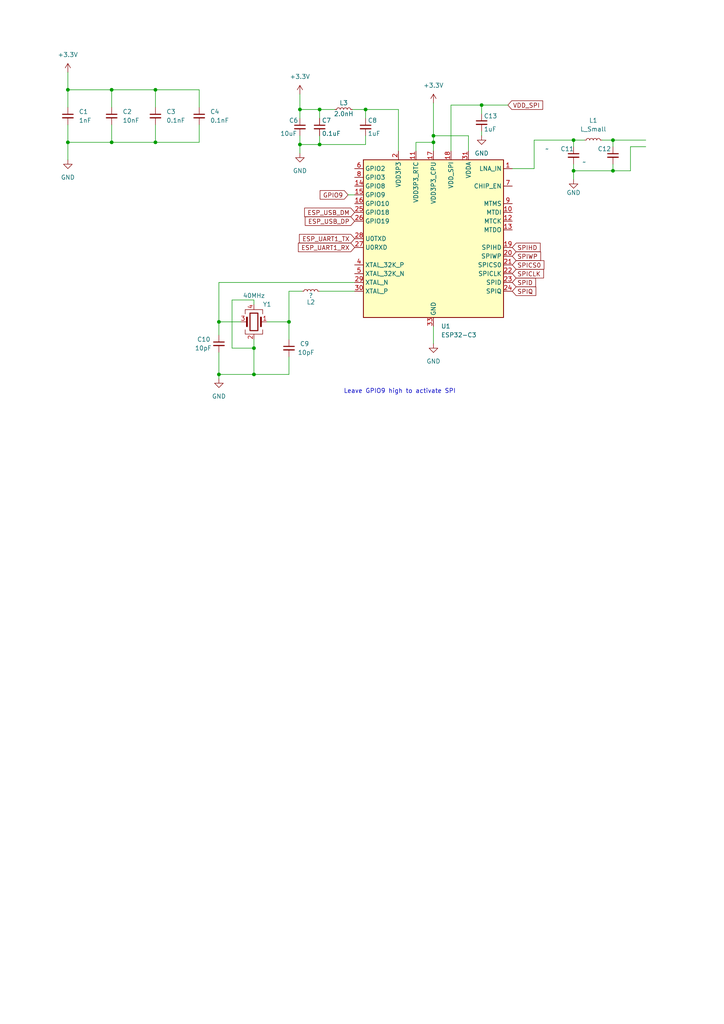
<source format=kicad_sch>
(kicad_sch (version 20231120) (generator "eeschema") (generator_version "8.0")
  (paper "A4" portrait)
  (lib_symbols
    (symbol "Device:C_Small" (pin_numbers hide) (pin_names (offset 0.254) hide)
      (property "Reference" "C" (at 0.254 1.778 0))
      (property "Value" "C_Small" (at 0.254 -2.032 0))
      (symbol "C_Small_0_1"
        (polyline (pts (xy -1.524 -0.508) (xy 1.524 -0.508)) (stroke (width 0.3302)))
        (polyline (pts (xy -1.524 0.508) (xy 1.524 0.508)) (stroke (width 0.3048)))
      )
      (symbol "C_Small_1_1"
        (pin passive line (at 0 2.54 270) (length 2.032) (name "~") (number "1"))
        (pin passive line (at 0 -2.54 90) (length 2.032) (name "~") (number "2"))
      )
    )
    (symbol "Device:Crystal_GND24" (pin_names (offset 1.016) hide)
      (property "Reference" "Y" (at 3.175 5.08 0))
      (property "Value" "Crystal_GND24" (at 3.175 3.175 0))
      (symbol "Crystal_GND24_0_1"
        (rectangle (start -1.143 2.54) (end 1.143 -2.54) (stroke (width 0.3048)))
        (polyline (pts (xy -2.54 0) (xy -2.032 0)))
        (polyline (pts (xy -2.032 -1.27) (xy -2.032 1.27)) (stroke (width 0.508)))
        (polyline (pts (xy 0 -3.81) (xy 0 -3.556)))
        (polyline (pts (xy 0 3.556) (xy 0 3.81)))
        (polyline (pts (xy 2.032 -1.27) (xy 2.032 1.27)) (stroke (width 0.508)))
        (polyline (pts (xy 2.032 0) (xy 2.54 0)))
        (polyline (pts (xy -2.54 -2.286) (xy -2.54 -3.556) (xy 2.54 -3.556) (xy 2.54 -2.286)))
        (polyline (pts (xy -2.54 2.286) (xy -2.54 3.556) (xy 2.54 3.556) (xy 2.54 2.286)))
      )
      (symbol "Crystal_GND24_1_1"
        (pin passive line (at -3.81 0 0) (length 1.27) (name "1") (number "1"))
        (pin passive line (at 0 5.08 270) (length 1.27) (name "2") (number "2"))
        (pin passive line (at 3.81 0 180) (length 1.27) (name "3") (number "3"))
        (pin passive line (at 0 -5.08 90) (length 1.27) (name "4") (number "4"))
      )
    )
    (symbol "Device:L_Small" (pin_numbers hide) (pin_names (offset 0.254) hide)
      (property "Reference" "L" (at 0.762 1.016 0))
      (property "Value" "L_Small" (at 0.762 -1.016 0))
      (symbol "L_Small_0_1"
        (arc (start 0 -2.032) (mid 0.5058 -1.524) (end 0 -1.016))
        (arc (start 0 -1.016) (mid 0.5058 -0.508) (end 0 0))
        (arc (start 0 0) (mid 0.5058 0.508) (end 0 1.016))
        (arc (start 0 1.016) (mid 0.5058 1.524) (end 0 2.032))
      )
      (symbol "L_Small_1_1"
        (pin passive line (at 0 2.54 270) (length 0.508) (name "~") (number "1"))
        (pin passive line (at 0 -2.54 90) (length 0.508) (name "~") (number "2"))
      )
    )
    (symbol "MCU_Espressif:ESP32-C3"
      (property "Reference" "U" (at -17.272 23.876 0))
      (property "Value" "ESP32-C3" (at 16.256 23.876 0))
      (symbol "ESP32-C3_1_1"
        (rectangle (start -20.32 22.86) (end 20.32 -22.86) (stroke (width 0.254)) (fill (type background)))
        (pin bidirectional line (at 22.86 20.32 180) (length 2.54) (name "LNA_IN") (number "1"))
        (pin bidirectional line (at 22.86 7.62 180) (length 2.54) (name "MTDI") (number "10"))
        (pin power_in line (at -5.08 25.4 270) (length 2.54) (name "VDD3P3_RTC") (number "11"))
        (pin bidirectional line (at 22.86 5.08 180) (length 2.54) (name "MTCK") (number "12"))
        (pin bidirectional line (at 22.86 2.54 180) (length 2.54) (name "MTDO") (number "13"))
        (pin bidirectional line (at -22.86 15.24 0) (length 2.54) (name "GPIO8") (number "14"))
        (pin bidirectional line (at -22.86 12.7 0) (length 2.54) (name "GPIO9") (number "15"))
        (pin bidirectional line (at -22.86 10.16 0) (length 2.54) (name "GPIO10") (number "16"))
        (pin power_in line (at 0 25.4 270) (length 2.54) (name "VDD3P3_CPU") (number "17"))
        (pin power_out line (at 5.08 25.4 270) (length 2.54) (name "VDD_SPI") (number "18"))
        (pin bidirectional line (at 22.86 -2.54 180) (length 2.54) (name "SPIHD") (number "19"))
        (pin power_in line (at -10.16 25.4 270) (length 2.54) (name "VDD3P3") (number "2"))
        (pin bidirectional line (at 22.86 -5.08 180) (length 2.54) (name "SPIWP") (number "20"))
        (pin bidirectional line (at 22.86 -7.62 180) (length 2.54) (name "SPICS0") (number "21"))
        (pin bidirectional line (at 22.86 -10.16 180) (length 2.54) (name "SPICLK") (number "22"))
        (pin bidirectional line (at 22.86 -12.7 180) (length 2.54) (name "SPID") (number "23"))
        (pin bidirectional line (at 22.86 -15.24 180) (length 2.54) (name "SPIQ") (number "24"))
        (pin bidirectional line (at -22.86 7.62 0) (length 2.54) (name "GPIO18") (number "25"))
        (pin bidirectional line (at -22.86 5.08 0) (length 2.54) (name "GPIO19") (number "26"))
        (pin bidirectional line (at -22.86 -2.54 0) (length 2.54) (name "U0RXD") (number "27"))
        (pin bidirectional line (at -22.86 0 0) (length 2.54) (name "U0TXD") (number "28"))
        (pin bidirectional line (at -22.86 -12.7 0) (length 2.54) (name "XTAL_N") (number "29"))
        (pin passive line (at -10.16 25.4 270) (length 2.54) hide (name "VDD3P3") (number "3"))
        (pin bidirectional line (at -22.86 -15.24 0) (length 2.54) (name "XTAL_P") (number "30"))
        (pin power_in line (at 10.16 25.4 270) (length 2.54) (name "VDDA") (number "31"))
        (pin passive line (at 10.16 25.4 270) (length 2.54) hide (name "VDDA") (number "32"))
        (pin power_in line (at 0 -25.4 90) (length 2.54) (name "GND") (number "33"))
        (pin bidirectional line (at -22.86 -7.62 0) (length 2.54) (name "XTAL_32K_P") (number "4"))
        (pin bidirectional line (at -22.86 -10.16 0) (length 2.54) (name "XTAL_32K_N") (number "5"))
        (pin bidirectional line (at -22.86 20.32 0) (length 2.54) (name "GPIO2") (number "6"))
        (pin bidirectional line (at 22.86 15.24 180) (length 2.54) (name "CHIP_EN") (number "7"))
        (pin bidirectional line (at -22.86 17.78 0) (length 2.54) (name "GPIO3") (number "8"))
        (pin bidirectional line (at 22.86 10.16 180) (length 2.54) (name "MTMS") (number "9"))
      )
    )
    (symbol "power:+3.3V" (power) (pin_numbers hide) (pin_names (offset 0) hide)
      (property "Value" "+3.3V" (at 0 3.556 0))
      (symbol "+3.3V_0_1"
        (polyline (pts (xy -0.762 1.27) (xy 0 2.54)))
        (polyline (pts (xy 0 0) (xy 0 2.54)))
        (polyline (pts (xy 0 2.54) (xy 0.762 1.27)))
      )
      (symbol "+3.3V_1_1"
        (pin power_in line (at 0 0 90) (length 0) (name "~") (number "1"))
      )
    )
    (symbol "power:GND" (power) (pin_numbers hide) (pin_names (offset 0) hide)
      (property "Value" "GND" (at 0 -3.81 0))
      (symbol "GND_0_1"
        (polyline (pts (xy 0 0) (xy 0 -1.27) (xy 1.27 -1.27) (xy 0 -2.54) (xy -1.27 -1.27) (xy 0 -1.27)))
      )
      (symbol "GND_1_1"
        (pin power_in line (at 0 0 270) (length 0) (name "~") (number "1"))
      )
    )
  )
  (junction (at 63.5 108.585))
  (junction (at 166.37 49.53))
  (junction (at 166.37 40.64))
  (junction (at 63.5 93.345))
  (junction (at 32.385 26.035))
  (junction (at 125.73 39.37))
  (junction (at 45.085 41.275))
  (junction (at 106.045 31.75))
  (junction (at 177.8 40.64))
  (junction (at 86.995 31.75))
  (junction (at 139.7 30.48))
  (junction (at 45.085 26.035))
  (junction (at 92.71 41.91))
  (junction (at 125.73 41.275))
  (junction (at 19.685 41.275))
  (junction (at 73.66 108.585))
  (junction (at 32.385 41.275))
  (junction (at 86.995 41.91))
  (junction (at 83.82 93.345))
  (junction (at 92.71 31.75))
  (junction (at 177.8 49.53))
  (junction (at 73.66 100.965))
  (junction (at 19.685 26.035))
  (wire (pts (xy 67.31 100.965) (xy 73.66 100.965)))
  (wire (pts (xy 83.82 93.345) (xy 83.82 98.425)))
  (wire (pts (xy 106.045 41.91) (xy 92.71 41.91)))
  (wire (pts (xy 187.325 42.545) (xy 182.88 42.545)))
  (wire (pts (xy 166.37 40.64) (xy 169.545 40.64)))
  (wire (pts (xy 86.995 31.75) (xy 92.71 31.75)))
  (wire (pts (xy 148.59 48.895) (xy 154.94 48.895)))
  (wire (pts (xy 63.5 108.585) (xy 63.5 109.855)))
  (wire (pts (xy 92.71 39.37) (xy 92.71 41.91)))
  (wire (pts (xy 100.965 56.515) (xy 102.87 56.515)))
  (wire (pts (xy 92.71 41.91) (xy 86.995 41.91)))
  (wire (pts (xy 130.81 43.815) (xy 130.81 30.48)))
  (wire (pts (xy 86.995 27.305) (xy 86.995 31.75)))
  (wire (pts (xy 45.085 31.115) (xy 45.085 26.035)))
  (wire (pts (xy 77.47 93.345) (xy 83.82 93.345)))
  (wire (pts (xy 120.65 43.815) (xy 120.65 41.275)))
  (wire (pts (xy 86.995 41.91) (xy 86.995 44.45)))
  (wire (pts (xy 154.94 48.895) (xy 154.94 40.64)))
  (wire (pts (xy 125.73 29.845) (xy 125.73 39.37)))
  (wire (pts (xy 73.66 86.995) (xy 67.31 86.995)))
  (wire (pts (xy 63.5 93.345) (xy 69.85 93.345)))
  (wire (pts (xy 166.37 40.64) (xy 166.37 42.545)))
  (wire (pts (xy 83.82 84.455) (xy 83.82 93.345)))
  (wire (pts (xy 57.785 31.115) (xy 57.785 26.035)))
  (wire (pts (xy 166.37 49.53) (xy 177.8 49.53)))
  (wire (pts (xy 106.045 31.75) (xy 115.57 31.75)))
  (wire (pts (xy 177.8 49.53) (xy 182.88 49.53)))
  (wire (pts (xy 63.5 93.345) (xy 63.5 97.155)))
  (wire (pts (xy 32.385 41.275) (xy 45.085 41.275)))
  (wire (pts (xy 86.995 39.37) (xy 86.995 41.91)))
  (wire (pts (xy 102.235 31.75) (xy 106.045 31.75)))
  (wire (pts (xy 19.685 41.275) (xy 32.385 41.275)))
  (wire (pts (xy 32.385 41.275) (xy 32.385 36.195)))
  (wire (pts (xy 92.71 31.75) (xy 97.155 31.75)))
  (wire (pts (xy 63.5 102.235) (xy 63.5 108.585)))
  (wire (pts (xy 125.73 99.695) (xy 125.73 94.615)))
  (wire (pts (xy 87.63 84.455) (xy 83.82 84.455)))
  (wire (pts (xy 182.88 42.545) (xy 182.88 49.53)))
  (wire (pts (xy 139.7 38.1) (xy 139.7 39.37)))
  (wire (pts (xy 125.73 41.275) (xy 125.73 39.37)))
  (wire (pts (xy 135.89 39.37) (xy 135.89 43.815)))
  (wire (pts (xy 139.7 30.48) (xy 147.32 30.48)))
  (wire (pts (xy 73.66 86.995) (xy 73.66 88.265)))
  (wire (pts (xy 102.87 81.915) (xy 63.5 81.915)))
  (wire (pts (xy 106.045 31.75) (xy 106.045 34.29)))
  (wire (pts (xy 19.685 26.035) (xy 19.685 31.115)))
  (wire (pts (xy 57.785 36.195) (xy 57.785 41.275)))
  (wire (pts (xy 19.685 20.955) (xy 19.685 26.035)))
  (wire (pts (xy 106.045 39.37) (xy 106.045 41.91)))
  (wire (pts (xy 73.66 100.965) (xy 73.66 108.585)))
  (wire (pts (xy 92.71 31.75) (xy 92.71 34.29)))
  (wire (pts (xy 115.57 31.75) (xy 115.57 43.815)))
  (wire (pts (xy 32.385 31.115) (xy 32.385 26.035)))
  (wire (pts (xy 63.5 81.915) (xy 63.5 93.345)))
  (wire (pts (xy 125.73 39.37) (xy 135.89 39.37)))
  (wire (pts (xy 125.73 43.815) (xy 125.73 41.275)))
  (wire (pts (xy 130.81 30.48) (xy 139.7 30.48)))
  (wire (pts (xy 57.785 41.275) (xy 45.085 41.275)))
  (wire (pts (xy 174.625 40.64) (xy 177.8 40.64)))
  (wire (pts (xy 32.385 26.035) (xy 19.685 26.035)))
  (wire (pts (xy 45.085 26.035) (xy 32.385 26.035)))
  (wire (pts (xy 166.37 49.53) (xy 166.37 52.07)))
  (wire (pts (xy 67.31 86.995) (xy 67.31 100.965)))
  (wire (pts (xy 177.8 40.64) (xy 187.325 40.64)))
  (wire (pts (xy 45.085 26.035) (xy 57.785 26.035)))
  (wire (pts (xy 92.71 84.455) (xy 102.87 84.455)))
  (wire (pts (xy 177.8 47.625) (xy 177.8 49.53)))
  (wire (pts (xy 19.685 41.275) (xy 19.685 46.355)))
  (wire (pts (xy 86.995 31.75) (xy 86.995 34.29)))
  (wire (pts (xy 177.8 40.64) (xy 177.8 42.545)))
  (wire (pts (xy 73.66 108.585) (xy 63.5 108.585)))
  (wire (pts (xy 45.085 36.195) (xy 45.085 41.275)))
  (wire (pts (xy 166.37 47.625) (xy 166.37 49.53)))
  (wire (pts (xy 139.7 30.48) (xy 139.7 33.02)))
  (wire (pts (xy 154.94 40.64) (xy 166.37 40.64)))
  (wire (pts (xy 120.65 41.275) (xy 125.73 41.275)))
  (wire (pts (xy 83.82 103.505) (xy 83.82 108.585)))
  (wire (pts (xy 73.66 98.425) (xy 73.66 100.965)))
  (wire (pts (xy 19.685 36.195) (xy 19.685 41.275)))
  (wire (pts (xy 83.82 108.585) (xy 73.66 108.585)))
  (text "Leave GPIO9 high to activate SPI" (at 115.951 113.538 0) (effects (font (size 1.27 1.27))))
  (global_label "VDD_SPI" (shape input) (at 147.32 30.48 0) (property "Intersheetrefs" "${INTERSHEET_REFS}" (effects (hide yes))))
  (global_label "ESP_USB_DM" (shape input) (at 102.87 61.595 180) (property "Intersheetrefs" "${INTERSHEET_REFS}" (effects (hide yes))))
  (global_label "SPID" (shape input) (at 148.59 81.915 0) (property "Intersheetrefs" "${INTERSHEET_REFS}" (effects (hide yes))))
  (global_label "GPIO9" (shape input) (at 100.965 56.515 180) (property "Intersheetrefs" "${INTERSHEET_REFS}" (effects (hide yes))))
  (global_label "SPIQ" (shape input) (at 148.59 84.455 0) (property "Intersheetrefs" "${INTERSHEET_REFS}" (effects (hide yes))))
  (global_label "ESP_UART1_TX" (shape input) (at 102.87 69.215 180) (property "Intersheetrefs" "${INTERSHEET_REFS}" (effects (hide yes))))
  (global_label "ESP_UART1_RX" (shape input) (at 102.87 71.755 180) (property "Intersheetrefs" "${INTERSHEET_REFS}" (effects (hide yes))))
  (global_label "SPIWP" (shape input) (at 148.59 74.295 0) (property "Intersheetrefs" "${INTERSHEET_REFS}" (effects (hide yes))))
  (global_label "ESP_USB_DP" (shape input) (at 102.87 64.135 180) (property "Intersheetrefs" "${INTERSHEET_REFS}" (effects (hide yes))))
  (global_label "SPIHD" (shape input) (at 148.59 71.755 0) (property "Intersheetrefs" "${INTERSHEET_REFS}" (effects (hide yes))))
  (global_label "SPICS0" (shape input) (at 148.59 76.835 0) (property "Intersheetrefs" "${INTERSHEET_REFS}" (effects (hide yes))))
  (global_label "SPICLK" (shape input) (at 148.59 79.375 0) (property "Intersheetrefs" "${INTERSHEET_REFS}" (effects (hide yes))))
  (symbol (lib_id "Device:C_Small") (at 63.5 99.695 0) (unit 1)
    (property "Reference" "C10" (at 57.15 98.425 0) (effects (justify left)))
    (property "Value" "10pF" (at 56.515 100.965 0) (effects (justify left)))
    (property "Description" "Unpolarized capacitor, small symbol" (effects (hide yes)))
  )
  (symbol (lib_id "Device:C_Small") (at 106.045 36.83 0) (unit 1)
    (property "Reference" "C8" (at 106.68 34.925 0) (effects (justify left)))
    (property "Value" "1uF" (at 106.68 38.735 0) (effects (justify left)))
    (property "Description" "Unpolarized capacitor, small symbol" (effects (hide yes)))
  )
  (symbol (lib_id "Device:C_Small") (at 86.995 36.83 0) (unit 1)
    (property "Reference" "C6" (at 83.82 34.925 0) (effects (justify left)))
    (property "Value" "10uF" (at 81.28 38.735 0) (effects (justify left)))
    (property "Description" "Unpolarized capacitor, small symbol" (effects (hide yes)))
  )
  (symbol (lib_id "Device:C_Small") (at 32.385 33.655 0) (unit 1)
    (property "Reference" "C2" (at 35.56 32.3912 0) (effects (justify left)))
    (property "Value" "10nF" (at 35.56 34.9312 0) (effects (justify left)))
    (property "Description" "Unpolarized capacitor, small symbol" (effects (hide yes)))
  )
  (symbol (lib_id "Device:Crystal_GND24") (at 73.66 93.345 180) (unit 1)
    (property "Reference" "Y1" (at 77.47 88.265 0))
    (property "Value" "40MHz" (at 73.66 85.725 0))
    (property "Description" "Four pin crystal, GND on pins 2 and 4" (effects (hide yes)))
  )
  (symbol (lib_id "Device:L_Small") (at 172.085 40.64 90) (unit 1)
    (property "Reference" "L1" (at 172.085 34.925 90))
    (property "Value" "L_Small" (at 172.085 37.465 90))
    (property "Description" "Inductor, small symbol" (effects (hide yes)))
  )
  (symbol (lib_id "Device:L_Small") (at 99.695 31.75 90) (unit 1)
    (property "Reference" "L3" (at 99.695 29.845 90))
    (property "Value" "2.0nH" (at 99.695 33.02 90))
    (property "Description" "Inductor, small symbol" (effects (hide yes)))
  )
  (symbol (lib_id "power:+3.3V") (at 86.995 27.305 0) (unit 1)
    (property "Reference" "#PWR03" (effects (hide yes)))
    (property "Value" "+3.3V" (at 86.995 22.225 0))
    (property "Description" "Power symbol creates a global label with name \"+3.3V\"" (effects (hide yes)))
  )
  (symbol (lib_id "power:GND") (at 166.37 52.07 0) (unit 1)
    (property "Reference" "#PWR07" (effects (hide yes)))
    (property "Value" "GND" (at 166.37 55.88 0))
    (property "Description" "Power symbol creates a global label with name \"GND\" , ground" (effects (hide yes)))
  )
  (symbol (lib_id "power:GND") (at 63.5 109.855 0) (unit 1)
    (property "Reference" "#PWR06" (effects (hide yes)))
    (property "Value" "GND" (at 63.5 114.935 0))
    (property "Description" "Power symbol creates a global label with name \"GND\" , ground" (effects (hide yes)))
  )
  (symbol (lib_id "MCU_Espressif:ESP32-C3") (at 125.73 69.215 0) (unit 1)
    (property "Reference" "U1" (at 127.9241 94.615 0) (effects (justify left)))
    (property "Value" "ESP32-C3" (at 127.9241 97.155 0) (effects (justify left)))
    (property "Footprint" "Package_DFN_QFN:QFN-32-1EP_5x5mm_P0.5mm_EP3.7x3.7mm" (effects (hide yes)))
    (property "Datasheet" "https://www.espressif.com/sites/default/files/documentation/esp32-c3_datasheet_en.pdf" (effects (hide yes)))
    (property "Description" "RF Module, ESP32 SoC, RISC-V, WiFi 802.11b/n/g, Bluetooth LE 5, QFN32" (effects (hide yes)))
  )
  (symbol (lib_id "power:+3.3V") (at 125.73 29.845 0) (unit 1)
    (property "Reference" "#PWR08" (effects (hide yes)))
    (property "Value" "+3.3V" (at 125.73 24.765 0))
    (property "Description" "Power symbol creates a global label with name \"+3.3V\"" (effects (hide yes)))
  )
  (symbol (lib_id "power:GND") (at 86.995 44.45 0) (unit 1)
    (property "Reference" "#PWR02" (effects (hide yes)))
    (property "Value" "GND" (at 86.995 49.53 0))
    (property "Description" "Power symbol creates a global label with name \"GND\" , ground" (effects (hide yes)))
  )
  (symbol (lib_id "Device:L_Small") (at 90.17 84.455 90) (unit 1)
    (property "Reference" "L2" (at 90.17 87.63 90))
    (property "Value" "?" (at 90.17 85.725 90))
    (property "Description" "Inductor, small symbol" (effects (hide yes)))
  )
  (symbol (lib_id "Device:C_Small") (at 139.7 35.56 0) (unit 1)
    (property "Reference" "C13" (at 140.335 33.655 0) (effects (justify left)))
    (property "Value" "1uF" (at 140.335 37.465 0) (effects (justify left)))
    (property "Description" "Unpolarized capacitor, small symbol" (effects (hide yes)))
  )
  (symbol (lib_id "Device:C_Small") (at 57.785 33.655 0) (unit 1)
    (property "Reference" "C4" (at 60.96 32.3912 0) (effects (justify left)))
    (property "Value" "0.1nF" (at 60.96 34.9312 0) (effects (justify left)))
    (property "Description" "Unpolarized capacitor, small symbol" (effects (hide yes)))
  )
  (symbol (lib_id "Device:C_Small") (at 177.8 45.085 0) (unit 1)
    (property "Reference" "C12" (at 173.355 43.18 0) (effects (justify left)))
    (property "Value" "~" (at 168.91 46.99 0) (effects (justify left)))
    (property "Description" "Unpolarized capacitor, small symbol" (effects (hide yes)))
  )
  (symbol (lib_id "power:GND") (at 139.7 39.37 0) (unit 1)
    (property "Reference" "#PWR09" (effects (hide yes)))
    (property "Value" "GND" (at 139.7 44.45 0))
    (property "Description" "Power symbol creates a global label with name \"GND\" , ground" (effects (hide yes)))
  )
  (symbol (lib_id "Device:C_Small") (at 45.085 33.655 0) (unit 1)
    (property "Reference" "C3" (at 48.26 32.3912 0) (effects (justify left)))
    (property "Value" "0.1nF" (at 48.26 34.9312 0) (effects (justify left)))
    (property "Description" "Unpolarized capacitor, small symbol" (effects (hide yes)))
  )
  (symbol (lib_id "Device:C_Small") (at 166.37 45.085 0) (unit 1)
    (property "Reference" "C11" (at 162.56 43.18 0) (effects (justify left)))
    (property "Value" "~" (at 158.115 43.18 0) (effects (justify left)))
    (property "Description" "Unpolarized capacitor, small symbol" (effects (hide yes)))
  )
  (symbol (lib_id "Device:C_Small") (at 19.685 33.655 0) (unit 1)
    (property "Reference" "C1" (at 22.86 32.3912 0) (effects (justify left)))
    (property "Value" "1nF" (at 22.86 34.9312 0) (effects (justify left)))
    (property "Description" "Unpolarized capacitor, small symbol" (effects (hide yes)))
  )
  (symbol (lib_id "Device:C_Small") (at 83.82 100.965 0) (unit 1)
    (property "Reference" "C9" (at 86.995 99.7012 0) (effects (justify left)))
    (property "Value" "10pF" (at 86.36 102.235 0) (effects (justify left)))
    (property "Description" "Unpolarized capacitor, small symbol" (effects (hide yes)))
  )
  (symbol (lib_id "power:GND") (at 19.685 46.355 0) (unit 1)
    (property "Reference" "#PWR05" (effects (hide yes)))
    (property "Value" "GND" (at 19.685 51.435 0))
    (property "Description" "Power symbol creates a global label with name \"GND\" , ground" (effects (hide yes)))
  )
  (symbol (lib_id "power:GND") (at 125.73 99.695 0) (unit 1)
    (property "Reference" "#PWR01" (effects (hide yes)))
    (property "Value" "GND" (at 125.73 104.775 0))
    (property "Description" "Power symbol creates a global label with name \"GND\" , ground" (effects (hide yes)))
  )
  (symbol (lib_id "Device:C_Small") (at 92.71 36.83 0) (unit 1)
    (property "Reference" "C7" (at 93.345 34.925 0) (effects (justify left)))
    (property "Value" "0.1uF" (at 93.345 38.735 0) (effects (justify left)))
    (property "Description" "Unpolarized capacitor, small symbol" (effects (hide yes)))
  )
  (symbol (lib_id "power:+3.3V") (at 19.685 20.955 0) (unit 1)
    (property "Reference" "#PWR04" (effects (hide yes)))
    (property "Value" "+3.3V" (at 19.685 15.875 0))
    (property "Description" "Power symbol creates a global label with name \"+3.3V\"" (effects (hide yes)))
  )
)
</source>
